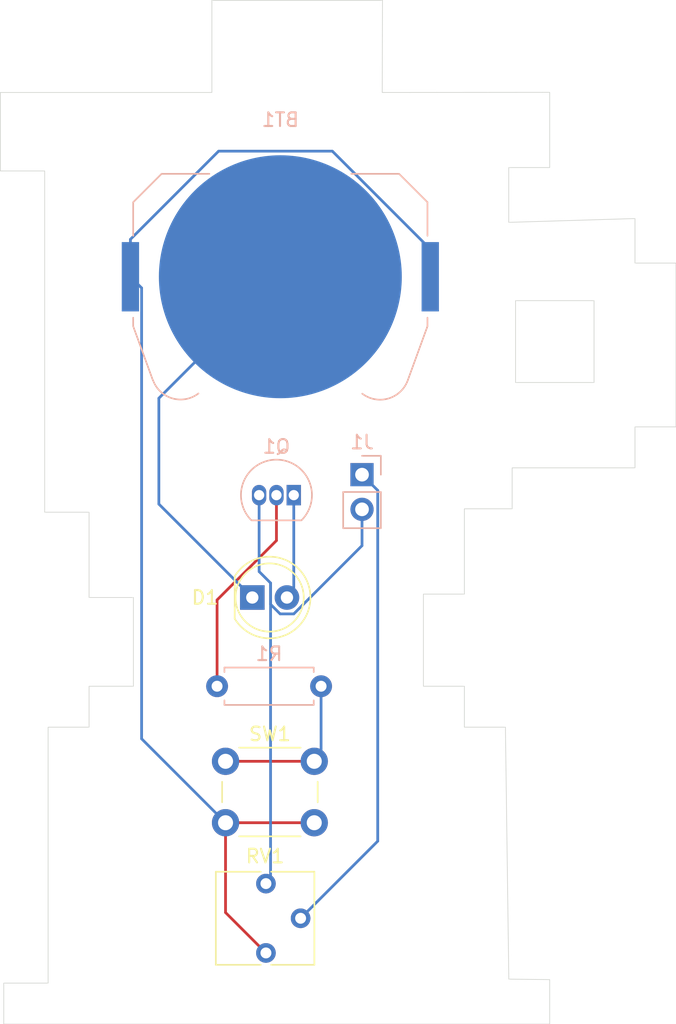
<source format=kicad_pcb>
(kicad_pcb (version 20241229) (generator "pcbnew") (generator_version "9.0")
  (layers (0 "F.Cu" signal) (2 "B.Cu" signal) (13 "F.Paste" user) (15 "B.Paste" user) (5 "F.SilkS" user "F.Silkscreen") (7 "B.SilkS" user "B.Silkscreen") (1 "F.Mask" user) (3 "B.Mask" user) (25 "Edge.Cuts" user))
  (net 0 "")
  (net 1 "+3V0")
  (net 2 "Earth")
  (net 3 "Net-(J1-Pin_1)")
  (net 4 "Net-(J1-Pin_2)")
  (net 5 "Net-(Q1-B)")
  (net 6 "Net-(R1-Pad1)")
  (net 7 "Net-(D1-A)")
  (footprint "Button_Switch_THT:SW_PUSH_6mm" (layer "F.Cu") (at 29 68)
    (property "Reference" "SW1" (at 3.25 -2 0) (layer "F.SilkS"))
    (property "Value" "SW_Push")
    (fp_line (start -0.25 1.5) (end -0.25 3) (stroke (width 0.12)) (layer "F.SilkS"))
    (fp_line (start 1 5.5) (end 5.5 5.5) (stroke (width 0.12)) (layer "F.SilkS"))
    (fp_line (start 5.5 -1) (end 1 -1) (stroke (width 0.12)) (layer "F.SilkS"))
    (fp_line (start 6.75 3) (end 6.75 1.5) (stroke (width 0.12)) (layer "F.SilkS"))
    (pad "1" thru_hole circle (at 0 0 90) (size 2 2) (drill 1.1) (layers "*.Cu" "*.Mask") (net 6 "Net-(R1-Pad1)"))
    (pad "1" thru_hole circle (at 6.5 0 90) (size 2 2) (drill 1.1) (layers "*.Cu" "*.Mask") (net 6 "Net-(R1-Pad1)"))
    (pad "2" thru_hole circle (at 0 4.5 90) (size 2 2) (drill 1.1) (layers "*.Cu" "*.Mask") (net 1 "+3V0"))
    (pad "2" thru_hole circle (at 6.5 4.5 90) (size 2 2) (drill 1.1) (layers "*.Cu" "*.Mask") (net 1 "+3V0"))
  )
  (footprint "LED_THT:LED_D5.0mm" (layer "F.Cu") (at 30.96 56)
    (property "Reference" "D1" (at -3.46 0 0) (layer "F.SilkS"))
    (property "Value" "LED")
    (fp_line (start -1.29 -1.545) (end -1.29 1.545) (stroke (width 0.12)) (layer "F.SilkS"))
    (fp_arc (start -1.29 -1.54483) (mid 2.071756 -2.880501) (end 4.26 -0.000048) (stroke (width 0.12)) (layer "F.SilkS"))
    (fp_arc (start 4.26 0.000048) (mid 2.071756 2.880501) (end -1.29 1.54483) (stroke (width 0.12)) (layer "F.SilkS"))
    (fp_circle (center 1.27 0) (end 3.77 0) (stroke (width 0.12)) (fill no) (layer "F.SilkS"))
    (pad "1" thru_hole rect (at 0 0) (size 1.8 1.8) (drill 0.9) (layers "*.Cu" "*.Mask") (net 2 "Earth"))
    (pad "2" thru_hole circle (at 2.54 0) (size 1.8 1.8) (drill 0.9) (layers "*.Cu" "*.Mask") (net 7 "Net-(D1-A)"))
  )
  (footprint "Potentiometer_THT:Potentiometer_Vishay_T73YP_Vertical" (layer "F.Cu") (at 31.96 82.04)
    (property "Reference" "RV1" (at -0.06 -7.09 0) (layer "F.SilkS"))
    (property "Value" "R_Potentiometer")
    (fp_line (start -3.67 -5.95) (end -3.67 0.87) (stroke (width 0.12)) (layer "F.SilkS"))
    (fp_line (start -3.67 -5.95) (end -0.382 -5.95) (stroke (width 0.12)) (layer "F.SilkS"))
    (fp_line (start -3.67 0.87) (end -0.382 0.87) (stroke (width 0.12)) (layer "F.SilkS"))
    (fp_line (start 0.382 -5.95) (end 3.55 -5.95) (stroke (width 0.12)) (layer "F.SilkS"))
    (fp_line (start 0.382 0.87) (end 3.55 0.87) (stroke (width 0.12)) (layer "F.SilkS"))
    (fp_line (start 3.55 -5.95) (end 3.55 0.87) (stroke (width 0.12)) (layer "F.SilkS"))
    (pad "1" thru_hole circle (at 0 0) (size 1.44 1.44) (drill 0.8) (layers "*.Cu" "*.Mask") (net 1 "+3V0"))
    (pad "2" thru_hole circle (at 2.54 -2.54) (size 1.44 1.44) (drill 0.8) (layers "*.Cu" "*.Mask") (net 3 "Net-(J1-Pin_1)"))
    (pad "3" thru_hole circle (at 0 -5.08) (size 1.44 1.44) (drill 0.8) (layers "*.Cu" "*.Mask") (net 4 "Net-(J1-Pin_2)"))
  )
  (footprint "Package_TO_SOT_THT:TO-92_Inline" (layer "B.Cu") (at 34 48.5 180)
    (property "Reference" "Q1" (at 1.27 3.56 0) (layer "B.SilkS") (effects (justify mirror)))
    (property "Value" "2N3904")
    (fp_line (start -0.53 -1.85) (end 3.07 -1.85) (stroke (width 0.12)) (layer "B.SilkS"))
    (fp_arc (start 3.108478 -1.838478) (mid 3.672087 0.994977) (end 1.27 2.6) (stroke (width 0.12)) (layer "B.SilkS"))
    (fp_arc (start 1.27 2.6) (mid -1.132087 0.994977) (end -0.568478 -1.838478) (stroke (width 0.12)) (layer "B.SilkS"))
    (pad "1" thru_hole rect (at 0 0 180) (size 1.05 1.5) (drill 0.75) (layers "*.Cu" "*.Mask") (net 7 "Net-(D1-A)"))
    (pad "2" thru_hole oval (at 1.27 0 180) (size 1.05 1.5) (drill 0.75) (layers "*.Cu" "*.Mask") (net 5 "Net-(Q1-B)"))
    (pad "3" thru_hole oval (at 2.54 0 180) (size 1.05 1.5) (drill 0.75) (layers "*.Cu" "*.Mask") (net 4 "Net-(J1-Pin_2)"))
  )
  (footprint "Connector_PinHeader_2.54mm:PinHeader_1x02_P2.54mm_Vertical" (layer "B.Cu") (at 39 47 180)
    (property "Reference" "J1" (at 0 2.38 0) (layer "B.SilkS") (effects (justify mirror)))
    (property "Value" "Conn_01x02_Socket")
    (fp_line (start 1.38 -1.27) (end 1.38 -3.92) (stroke (width 0.12)) (layer "B.SilkS"))
    (fp_line (start -1.38 1.38) (end 0 1.38) (stroke (width 0.12)) (layer "B.SilkS"))
    (fp_line (start -1.38 0) (end -1.38 1.38) (stroke (width 0.12)) (layer "B.SilkS"))
    (fp_line (start -1.38 -1.27) (end 1.38 -1.27) (stroke (width 0.12)) (layer "B.SilkS"))
    (fp_line (start -1.38 -1.27) (end -1.38 -3.92) (stroke (width 0.12)) (layer "B.SilkS"))
    (fp_line (start -1.38 -3.92) (end 1.38 -3.92) (stroke (width 0.12)) (layer "B.SilkS"))
    (pad "1" thru_hole rect (at 0 0 180) (size 1.7 1.7) (drill 1) (layers "*.Cu" "*.Mask") (net 3 "Net-(J1-Pin_1)"))
    (pad "2" thru_hole circle (at 0 -2.54 180) (size 1.7 1.7) (drill 1) (layers "*.Cu" "*.Mask") (net 4 "Net-(J1-Pin_2)"))
  )
  (footprint "Battery:BatteryHolder_Keystone_3034_1x20mm" (layer "B.Cu") (at 33.015 32.5 180)
    (property "Reference" "BT1" (at 0 11.5 0) (layer "B.SilkS") (effects (justify mirror)))
    (property "Value" "Battery_Cell")
    (fp_line (start 10.78 5.46) (end 10.78 3) (stroke (width 0.12)) (layer "B.SilkS"))
    (fp_line (start 10.78 -3) (end 10.78 -3.63) (stroke (width 0.12)) (layer "B.SilkS"))
    (fp_line (start 10.78 -3.63) (end 9.34 -7.58) (stroke (width 0.12)) (layer "B.SilkS"))
    (fp_line (start 8.7 7.54) (end 10.78 5.46) (stroke (width 0.12)) (layer "B.SilkS"))
    (fp_line (start 8.7 7.54) (end 5.2 7.54) (stroke (width 0.12)) (layer "B.SilkS"))
    (fp_line (start -5.2 7.54) (end -8.7 7.54) (stroke (width 0.12)) (layer "B.SilkS"))
    (fp_line (start -8.7 7.54) (end -10.78 5.46) (stroke (width 0.12)) (layer "B.SilkS"))
    (fp_line (start -10.78 5.46) (end -10.78 3) (stroke (width 0.12)) (layer "B.SilkS"))
    (fp_line (start -10.78 -3) (end -10.78 -3.63) (stroke (width 0.12)) (layer "B.SilkS"))
    (fp_line (start -10.78 -3.63) (end -9.34 -7.58) (stroke (width 0.12)) (layer "B.SilkS"))
    (fp_arc (start 6 -8.55) (mid 7.90634 -8.911669) (end 9.325243 -7.588169) (stroke (width 0.12)) (layer "B.SilkS"))
    (fp_arc (start -9.34 -7.58) (mid -7.921654 -8.918738) (end -6.003354 -8.56653) (stroke (width 0.12)) (layer "B.SilkS"))
    (pad "1" smd rect (at -10.985 0 180) (size 1.27 5.08) (layers "B.Cu" "B.Mask" "B.Paste") (net 1 "+3V0"))
    (pad "1" smd rect (at 10.985 0 180) (size 1.27 5.08) (layers "B.Cu" "B.Mask" "B.Paste") (net 1 "+3V0"))
    (pad "2" smd circle (at 0 0 180) (size 17.8 17.8) (layers "B.Cu" "B.Mask") (net 2 "Earth"))
  )
  (footprint "Resistor_THT:R_Axial_DIN0207_L6.3mm_D2.5mm_P7.62mm_Horizontal" (layer "B.Cu") (at 36 62.5 180)
    (property "Reference" "R1" (at 3.81 2.37 0) (layer "B.SilkS") (effects (justify mirror)))
    (property "Value" "R")
    (fp_line (start 7.08 1.37) (end 7.08 1.04) (stroke (width 0.12)) (layer "B.SilkS"))
    (fp_line (start 7.08 -1.37) (end 7.08 -1.04) (stroke (width 0.12)) (layer "B.SilkS"))
    (fp_line (start 0.54 1.37) (end 7.08 1.37) (stroke (width 0.12)) (layer "B.SilkS"))
    (fp_line (start 0.54 1.04) (end 0.54 1.37) (stroke (width 0.12)) (layer "B.SilkS"))
    (fp_line (start 0.54 -1.04) (end 0.54 -1.37) (stroke (width 0.12)) (layer "B.SilkS"))
    (fp_line (start 0.54 -1.37) (end 7.08 -1.37) (stroke (width 0.12)) (layer "B.SilkS"))
    (pad "1" thru_hole circle (at 0 0 180) (size 1.6 1.6) (drill 0.8) (layers "*.Cu" "*.Mask") (net 6 "Net-(R1-Pad1)"))
    (pad "2" thru_hole oval (at 7.62 0 180) (size 1.6 1.6) (drill 0.8) (layers "*.Cu" "*.Mask") (net 5 "Net-(Q1-B)"))
  )
  (gr_poly (pts (xy 28 12.25) (xy 28 19) (xy 12.5 19) (xy 12.5 24.75) (xy 15.75 24.75) (xy 15.75 49.75) (xy 19 49.75) (xy 19 56) (xy 22.25 56) (xy 22.25 62.5) (xy 19 62.5) (xy 19 65.5) (xy 16 65.5) (xy 16 84.25) (xy 12.75 84.25) (xy 12.75 87.25) (xy 52.75 87.25) (xy 52.75 83.994042) (xy 49.756194 83.958367) (xy 49.506757 65.5) (xy 46.5 65.5) (xy 46.5 62.5) (xy 43.5 62.5) (xy 43.5 55.75) (xy 46.5 55.75) (xy 46.5 49.5) (xy 50 49.5) (xy 50 46.5) (xy 59 46.5) (xy 59 43.5) (xy 62 43.5) (xy 62 31.5) (xy 59 31.5) (xy 59 28.236486) (xy 49.75 28.515058) (xy 49.75 24.5) (xy 52.75 24.5) (xy 52.75 18.989796) (xy 40.479999 19.000017) (xy 40.5 12.25)) (stroke (width 0.05)) (fill no) (layer "Edge.Cuts"))
  (gr_poly (pts (xy 50.25 34.25) (xy 50.25 40.25) (xy 56 40.25) (xy 56 34.25)) (stroke (width 0.05)) (fill no) (layer "Edge.Cuts"))
  (segment (start 29 72.5) (end 29 79.08) (width 0.2) (layer "F.Cu") (net 1))
  (segment (start 29 79.08) (end 31.96 82.04) (width 0.2) (layer "F.Cu") (net 1))
  (segment (start 35.5 72.5) (end 29 72.5) (width 0.2) (layer "F.Cu") (net 1))
  (segment (start 22.851 33.321) (end 22.03 32.5) (width 0.2) (layer "B.Cu") (net 1))
  (segment (start 44 30.472821) (end 44 32.5) (width 0.2) (layer "B.Cu") (net 1))
  (segment (start 22.03 32.5) (end 22.03 29.76) (width 0.2) (layer "B.Cu") (net 1))
  (segment (start 28.491 23.299) (end 36.826179 23.299) (width 0.2) (layer "B.Cu") (net 1))
  (segment (start 22.851 66.351) (end 22.851 33.321) (width 0.2) (layer "B.Cu") (net 1))
  (segment (start 36.826179 23.299) (end 44 30.472821) (width 0.2) (layer "B.Cu") (net 1))
  (segment (start 29 72.5) (end 22.851 66.351) (width 0.2) (layer "B.Cu") (net 1))
  (segment (start 22.03 29.76) (end 28.491 23.299) (width 0.2) (layer "B.Cu") (net 1))
  (segment (start 24.115 49.155) (end 30.96 56) (width 0.2) (layer "B.Cu") (net 2))
  (segment (start 33.015 32.5) (end 24.115 41.4) (width 0.2) (layer "B.Cu") (net 2))
  (segment (start 24.115 41.4) (end 24.115 49.155) (width 0.2) (layer "B.Cu") (net 2))
  (segment (start 40.151 73.849) (end 34.5 79.5) (width 0.2) (layer "B.Cu") (net 3))
  (segment (start 40.151 48.151) (end 40.151 73.849) (width 0.2) (layer "B.Cu") (net 3))
  (segment (start 39 47) (end 40.151 48.151) (width 0.2) (layer "B.Cu") (net 3))
  (segment (start 32.299 76.621) (end 31.96 76.96) (width 0.2) (layer "B.Cu") (net 4))
  (segment (start 31.46 54.098) (end 32.299 54.937) (width 0.2) (layer "B.Cu") (net 4))
  (segment (start 33.002529 57.201) (end 32.299 56.497471) (width 0.2) (layer "B.Cu") (net 4))
  (segment (start 33.997471 57.201) (end 33.002529 57.201) (width 0.2) (layer "B.Cu") (net 4))
  (segment (start 39 52.198471) (end 33.997471 57.201) (width 0.2) (layer "B.Cu") (net 4))
  (segment (start 32.299 56.497471) (end 32.299 54.937) (width 0.2) (layer "B.Cu") (net 4))
  (segment (start 39 49.54) (end 39 52.198471) (width 0.2) (layer "B.Cu") (net 4))
  (segment (start 32.299 54.937) (end 32.299 76.621) (width 0.2) (layer "B.Cu") (net 4))
  (segment (start 31.46 48.5) (end 31.46 54.098) (width 0.2) (layer "B.Cu") (net 4))
  (segment (start 28.38 56.178) (end 28.38 62.5) (width 0.2) (layer "F.Cu") (net 5))
  (segment (start 32.73 51.828) (end 28.38 56.178) (width 0.2) (layer "F.Cu") (net 5))
  (segment (start 32.73 48.5) (end 32.73 51.828) (width 0.2) (layer "F.Cu") (net 5))
  (segment (start 35.5 68) (end 29 68) (width 0.2) (layer "F.Cu") (net 6))
  (segment (start 36 67.5) (end 35.5 68) (width 0.2) (layer "B.Cu") (net 6))
  (segment (start 36 62.5) (end 36 67.5) (width 0.2) (layer "B.Cu") (net 6))
  (segment (start 34 55.5) (end 33.5 56) (width 0.2) (layer "B.Cu") (net 7))
  (segment (start 34 48.5) (end 34 55.5) (width 0.2) (layer "B.Cu") (net 7))
)
</source>
